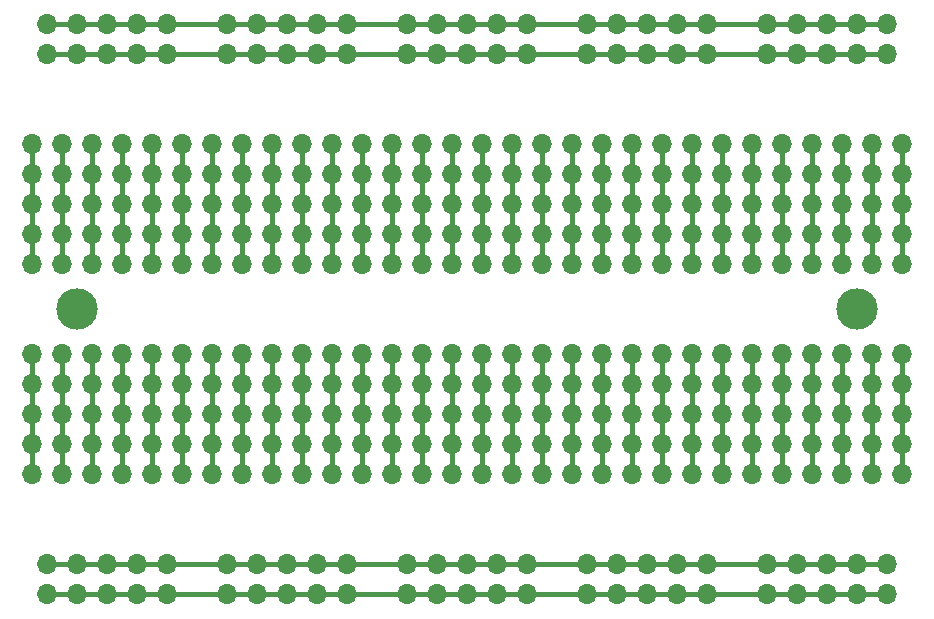
<source format=gtl>
G04 #@! TF.GenerationSoftware,KiCad,Pcbnew,(5.1.5)-3*
G04 #@! TF.CreationDate,2020-11-06T20:31:39+01:00*
G04 #@! TF.ProjectId,Breadboard 400,42726561-6462-46f6-9172-64203430302e,rev?*
G04 #@! TF.SameCoordinates,Original*
G04 #@! TF.FileFunction,Copper,L1,Top*
G04 #@! TF.FilePolarity,Positive*
%FSLAX46Y46*%
G04 Gerber Fmt 4.6, Leading zero omitted, Abs format (unit mm)*
G04 Created by KiCad (PCBNEW (5.1.5)-3) date 2020-11-06 20:31:39*
%MOMM*%
%LPD*%
G04 APERTURE LIST*
%ADD10O,1.700000X1.700000*%
%ADD11C,3.500000*%
%ADD12C,0.381000*%
G04 APERTURE END LIST*
D10*
X86360000Y-81280000D03*
X86360000Y-83820000D03*
X86360000Y-86360000D03*
X86360000Y-88900000D03*
X86360000Y-91440000D03*
X86360000Y-99060000D03*
X86360000Y-101600000D03*
X86360000Y-104140000D03*
X86360000Y-106680000D03*
X86360000Y-109220000D03*
D11*
X156210000Y-95250000D03*
X90170000Y-95250000D03*
D10*
X113030000Y-116840000D03*
X110490000Y-116840000D03*
X107950000Y-116840000D03*
X105410000Y-116840000D03*
X102870000Y-116840000D03*
X102870000Y-119380000D03*
X105410000Y-119380000D03*
X107950000Y-119380000D03*
X110490000Y-119380000D03*
X113030000Y-119380000D03*
X128270000Y-116840000D03*
X125730000Y-116840000D03*
X123190000Y-116840000D03*
X120650000Y-116840000D03*
X118110000Y-116840000D03*
X118110000Y-119380000D03*
X120650000Y-119380000D03*
X123190000Y-119380000D03*
X125730000Y-119380000D03*
X128270000Y-119380000D03*
X158750000Y-116840000D03*
X156210000Y-116840000D03*
X153670000Y-116840000D03*
X151130000Y-116840000D03*
X148590000Y-116840000D03*
X148590000Y-119380000D03*
X151130000Y-119380000D03*
X153670000Y-119380000D03*
X156210000Y-119380000D03*
X158750000Y-119380000D03*
X143510000Y-116840000D03*
X140970000Y-116840000D03*
X138430000Y-116840000D03*
X135890000Y-116840000D03*
X133350000Y-116840000D03*
X133350000Y-119380000D03*
X135890000Y-119380000D03*
X138430000Y-119380000D03*
X140970000Y-119380000D03*
X143510000Y-119380000D03*
X97790000Y-116840000D03*
X95250000Y-116840000D03*
X92710000Y-116840000D03*
X90170000Y-116840000D03*
X87630000Y-116840000D03*
X87630000Y-119380000D03*
X90170000Y-119380000D03*
X92710000Y-119380000D03*
X95250000Y-119380000D03*
X97790000Y-119380000D03*
X158750000Y-71120000D03*
X156210000Y-71120000D03*
X153670000Y-71120000D03*
X151130000Y-71120000D03*
X148590000Y-71120000D03*
X148590000Y-73660000D03*
X151130000Y-73660000D03*
X153670000Y-73660000D03*
X156210000Y-73660000D03*
X158750000Y-73660000D03*
X143510000Y-71120000D03*
X140970000Y-71120000D03*
X138430000Y-71120000D03*
X135890000Y-71120000D03*
X133350000Y-71120000D03*
X133350000Y-73660000D03*
X135890000Y-73660000D03*
X138430000Y-73660000D03*
X140970000Y-73660000D03*
X143510000Y-73660000D03*
X128270000Y-71120000D03*
X125730000Y-71120000D03*
X123190000Y-71120000D03*
X120650000Y-71120000D03*
X118110000Y-71120000D03*
X118110000Y-73660000D03*
X120650000Y-73660000D03*
X123190000Y-73660000D03*
X125730000Y-73660000D03*
X128270000Y-73660000D03*
X113030000Y-71120000D03*
X110490000Y-71120000D03*
X107950000Y-71120000D03*
X105410000Y-71120000D03*
X102870000Y-71120000D03*
X102870000Y-73660000D03*
X105410000Y-73660000D03*
X107950000Y-73660000D03*
X110490000Y-73660000D03*
X113030000Y-73660000D03*
X97790000Y-71120000D03*
X95250000Y-71120000D03*
X92710000Y-71120000D03*
X90170000Y-71120000D03*
X87630000Y-71120000D03*
X87630000Y-73660000D03*
X90170000Y-73660000D03*
X92710000Y-73660000D03*
X95250000Y-73660000D03*
X97790000Y-73660000D03*
X154940000Y-81280000D03*
X154940000Y-83820000D03*
X154940000Y-86360000D03*
X154940000Y-88900000D03*
X154940000Y-91440000D03*
X154940000Y-99060000D03*
X154940000Y-101600000D03*
X154940000Y-104140000D03*
X154940000Y-106680000D03*
X154940000Y-109220000D03*
X160020000Y-81280000D03*
X160020000Y-83820000D03*
X160020000Y-86360000D03*
X160020000Y-88900000D03*
X160020000Y-91440000D03*
X160020000Y-99060000D03*
X160020000Y-101600000D03*
X160020000Y-104140000D03*
X160020000Y-106680000D03*
X160020000Y-109220000D03*
X157480000Y-81280000D03*
X157480000Y-83820000D03*
X157480000Y-86360000D03*
X157480000Y-88900000D03*
X157480000Y-91440000D03*
X157480000Y-99060000D03*
X157480000Y-101600000D03*
X157480000Y-104140000D03*
X157480000Y-106680000D03*
X157480000Y-109220000D03*
X144780000Y-81280000D03*
X144780000Y-83820000D03*
X144780000Y-86360000D03*
X144780000Y-88900000D03*
X144780000Y-91440000D03*
X144780000Y-99060000D03*
X144780000Y-101600000D03*
X144780000Y-104140000D03*
X144780000Y-106680000D03*
X144780000Y-109220000D03*
X139700000Y-81280000D03*
X139700000Y-83820000D03*
X139700000Y-86360000D03*
X139700000Y-88900000D03*
X139700000Y-91440000D03*
X139700000Y-99060000D03*
X139700000Y-101600000D03*
X139700000Y-104140000D03*
X139700000Y-106680000D03*
X139700000Y-109220000D03*
X149860000Y-81280000D03*
X149860000Y-83820000D03*
X149860000Y-86360000D03*
X149860000Y-88900000D03*
X149860000Y-91440000D03*
X149860000Y-99060000D03*
X149860000Y-101600000D03*
X149860000Y-104140000D03*
X149860000Y-106680000D03*
X149860000Y-109220000D03*
X147320000Y-81280000D03*
X147320000Y-83820000D03*
X147320000Y-86360000D03*
X147320000Y-88900000D03*
X147320000Y-91440000D03*
X147320000Y-99060000D03*
X147320000Y-101600000D03*
X147320000Y-104140000D03*
X147320000Y-106680000D03*
X147320000Y-109220000D03*
X142240000Y-81280000D03*
X142240000Y-83820000D03*
X142240000Y-86360000D03*
X142240000Y-88900000D03*
X142240000Y-91440000D03*
X142240000Y-99060000D03*
X142240000Y-101600000D03*
X142240000Y-104140000D03*
X142240000Y-106680000D03*
X142240000Y-109220000D03*
X152400000Y-81280000D03*
X152400000Y-83820000D03*
X152400000Y-86360000D03*
X152400000Y-88900000D03*
X152400000Y-91440000D03*
X152400000Y-99060000D03*
X152400000Y-101600000D03*
X152400000Y-104140000D03*
X152400000Y-106680000D03*
X152400000Y-109220000D03*
X137160000Y-81280000D03*
X137160000Y-83820000D03*
X137160000Y-86360000D03*
X137160000Y-88900000D03*
X137160000Y-91440000D03*
X137160000Y-99060000D03*
X137160000Y-101600000D03*
X137160000Y-104140000D03*
X137160000Y-106680000D03*
X137160000Y-109220000D03*
X129540000Y-81280000D03*
X129540000Y-83820000D03*
X129540000Y-86360000D03*
X129540000Y-88900000D03*
X129540000Y-91440000D03*
X129540000Y-99060000D03*
X129540000Y-101600000D03*
X129540000Y-104140000D03*
X129540000Y-106680000D03*
X129540000Y-109220000D03*
X134620000Y-81280000D03*
X134620000Y-83820000D03*
X134620000Y-86360000D03*
X134620000Y-88900000D03*
X134620000Y-91440000D03*
X134620000Y-99060000D03*
X134620000Y-101600000D03*
X134620000Y-104140000D03*
X134620000Y-106680000D03*
X134620000Y-109220000D03*
X132080000Y-81280000D03*
X132080000Y-83820000D03*
X132080000Y-86360000D03*
X132080000Y-88900000D03*
X132080000Y-91440000D03*
X132080000Y-99060000D03*
X132080000Y-101600000D03*
X132080000Y-104140000D03*
X132080000Y-106680000D03*
X132080000Y-109220000D03*
X119380000Y-81280000D03*
X119380000Y-83820000D03*
X119380000Y-86360000D03*
X119380000Y-88900000D03*
X119380000Y-91440000D03*
X119380000Y-99060000D03*
X119380000Y-101600000D03*
X119380000Y-104140000D03*
X119380000Y-106680000D03*
X119380000Y-109220000D03*
X114300000Y-81280000D03*
X114300000Y-83820000D03*
X114300000Y-86360000D03*
X114300000Y-88900000D03*
X114300000Y-91440000D03*
X114300000Y-99060000D03*
X114300000Y-101600000D03*
X114300000Y-104140000D03*
X114300000Y-106680000D03*
X114300000Y-109220000D03*
X124460000Y-81280000D03*
X124460000Y-83820000D03*
X124460000Y-86360000D03*
X124460000Y-88900000D03*
X124460000Y-91440000D03*
X124460000Y-99060000D03*
X124460000Y-101600000D03*
X124460000Y-104140000D03*
X124460000Y-106680000D03*
X124460000Y-109220000D03*
X121920000Y-81280000D03*
X121920000Y-83820000D03*
X121920000Y-86360000D03*
X121920000Y-88900000D03*
X121920000Y-91440000D03*
X121920000Y-99060000D03*
X121920000Y-101600000D03*
X121920000Y-104140000D03*
X121920000Y-106680000D03*
X121920000Y-109220000D03*
X116840000Y-81280000D03*
X116840000Y-83820000D03*
X116840000Y-86360000D03*
X116840000Y-88900000D03*
X116840000Y-91440000D03*
X116840000Y-99060000D03*
X116840000Y-101600000D03*
X116840000Y-104140000D03*
X116840000Y-106680000D03*
X116840000Y-109220000D03*
X127000000Y-81280000D03*
X127000000Y-83820000D03*
X127000000Y-86360000D03*
X127000000Y-88900000D03*
X127000000Y-91440000D03*
X127000000Y-99060000D03*
X127000000Y-101600000D03*
X127000000Y-104140000D03*
X127000000Y-106680000D03*
X127000000Y-109220000D03*
X111760000Y-81280000D03*
X111760000Y-83820000D03*
X111760000Y-86360000D03*
X111760000Y-88900000D03*
X111760000Y-91440000D03*
X111760000Y-99060000D03*
X111760000Y-101600000D03*
X111760000Y-104140000D03*
X111760000Y-106680000D03*
X111760000Y-109220000D03*
X109220000Y-81280000D03*
X109220000Y-83820000D03*
X109220000Y-86360000D03*
X109220000Y-88900000D03*
X109220000Y-91440000D03*
X109220000Y-99060000D03*
X109220000Y-101600000D03*
X109220000Y-104140000D03*
X109220000Y-106680000D03*
X109220000Y-109220000D03*
X106680000Y-81280000D03*
X106680000Y-83820000D03*
X106680000Y-86360000D03*
X106680000Y-88900000D03*
X106680000Y-91440000D03*
X106680000Y-99060000D03*
X106680000Y-101600000D03*
X106680000Y-104140000D03*
X106680000Y-106680000D03*
X106680000Y-109220000D03*
X104140000Y-81280000D03*
X104140000Y-83820000D03*
X104140000Y-86360000D03*
X104140000Y-88900000D03*
X104140000Y-91440000D03*
X104140000Y-99060000D03*
X104140000Y-101600000D03*
X104140000Y-104140000D03*
X104140000Y-106680000D03*
X104140000Y-109220000D03*
X101600000Y-81280000D03*
X101600000Y-83820000D03*
X101600000Y-86360000D03*
X101600000Y-88900000D03*
X101600000Y-91440000D03*
X101600000Y-99060000D03*
X101600000Y-101600000D03*
X101600000Y-104140000D03*
X101600000Y-106680000D03*
X101600000Y-109220000D03*
X99060000Y-81280000D03*
X99060000Y-83820000D03*
X99060000Y-86360000D03*
X99060000Y-88900000D03*
X99060000Y-91440000D03*
X99060000Y-99060000D03*
X99060000Y-101600000D03*
X99060000Y-104140000D03*
X99060000Y-106680000D03*
X99060000Y-109220000D03*
X96520000Y-81280000D03*
X96520000Y-83820000D03*
X96520000Y-86360000D03*
X96520000Y-88900000D03*
X96520000Y-91440000D03*
X96520000Y-99060000D03*
X96520000Y-101600000D03*
X96520000Y-104140000D03*
X96520000Y-106680000D03*
X96520000Y-109220000D03*
X93980000Y-81280000D03*
X93980000Y-83820000D03*
X93980000Y-86360000D03*
X93980000Y-88900000D03*
X93980000Y-91440000D03*
X93980000Y-99060000D03*
X93980000Y-101600000D03*
X93980000Y-104140000D03*
X93980000Y-106680000D03*
X93980000Y-109220000D03*
X91440000Y-81280000D03*
X91440000Y-83820000D03*
X91440000Y-86360000D03*
X91440000Y-88900000D03*
X91440000Y-91440000D03*
X91440000Y-99060000D03*
X91440000Y-101600000D03*
X91440000Y-104140000D03*
X91440000Y-106680000D03*
X91440000Y-109220000D03*
X88900000Y-81280000D03*
X88900000Y-83820000D03*
X88900000Y-86360000D03*
X88900000Y-88900000D03*
X88900000Y-91440000D03*
X88900000Y-99060000D03*
X88900000Y-101600000D03*
X88900000Y-104140000D03*
X88900000Y-106680000D03*
X88900000Y-109220000D03*
D12*
X86360000Y-109220000D02*
X86360000Y-106680000D01*
X86360000Y-106680000D02*
X86360000Y-104140000D01*
X86360000Y-101600000D02*
X86360000Y-104140000D01*
X86360000Y-101600000D02*
X86360000Y-99060000D01*
X86360000Y-91440000D02*
X86360000Y-88900000D01*
X86360000Y-88900000D02*
X86360000Y-86360000D01*
X86360000Y-86360000D02*
X86360000Y-83820000D01*
X86360000Y-83820000D02*
X86360000Y-81280000D01*
X88900000Y-88900000D02*
X88900000Y-86360000D01*
X88900000Y-86360000D02*
X88900000Y-83820000D01*
X88900000Y-91440000D02*
X88900000Y-88900000D01*
X88900000Y-83820000D02*
X88900000Y-81280000D01*
X88900000Y-101600000D02*
X88900000Y-104140000D01*
X88900000Y-106680000D02*
X88900000Y-104140000D01*
X88900000Y-101600000D02*
X88900000Y-99060000D01*
X88900000Y-109220000D02*
X88900000Y-106680000D01*
X91440000Y-88900000D02*
X91440000Y-86360000D01*
X91440000Y-86360000D02*
X91440000Y-83820000D01*
X91440000Y-91440000D02*
X91440000Y-88900000D01*
X91440000Y-83820000D02*
X91440000Y-81280000D01*
X91440000Y-101600000D02*
X91440000Y-104140000D01*
X91440000Y-106680000D02*
X91440000Y-104140000D01*
X91440000Y-101600000D02*
X91440000Y-99060000D01*
X91440000Y-109220000D02*
X91440000Y-106680000D01*
X93980000Y-88900000D02*
X93980000Y-86360000D01*
X93980000Y-86360000D02*
X93980000Y-83820000D01*
X93980000Y-91440000D02*
X93980000Y-88900000D01*
X93980000Y-83820000D02*
X93980000Y-81280000D01*
X93980000Y-101600000D02*
X93980000Y-104140000D01*
X93980000Y-106680000D02*
X93980000Y-104140000D01*
X93980000Y-101600000D02*
X93980000Y-99060000D01*
X93980000Y-109220000D02*
X93980000Y-106680000D01*
X96520000Y-88900000D02*
X96520000Y-86360000D01*
X96520000Y-86360000D02*
X96520000Y-83820000D01*
X96520000Y-91440000D02*
X96520000Y-88900000D01*
X96520000Y-83820000D02*
X96520000Y-81280000D01*
X96520000Y-101600000D02*
X96520000Y-104140000D01*
X96520000Y-106680000D02*
X96520000Y-104140000D01*
X96520000Y-101600000D02*
X96520000Y-99060000D01*
X96520000Y-109220000D02*
X96520000Y-106680000D01*
X99060000Y-88900000D02*
X99060000Y-86360000D01*
X99060000Y-86360000D02*
X99060000Y-83820000D01*
X99060000Y-91440000D02*
X99060000Y-88900000D01*
X99060000Y-83820000D02*
X99060000Y-81280000D01*
X99060000Y-101600000D02*
X99060000Y-104140000D01*
X99060000Y-106680000D02*
X99060000Y-104140000D01*
X99060000Y-101600000D02*
X99060000Y-99060000D01*
X99060000Y-109220000D02*
X99060000Y-106680000D01*
X101600000Y-88900000D02*
X101600000Y-86360000D01*
X101600000Y-86360000D02*
X101600000Y-83820000D01*
X101600000Y-91440000D02*
X101600000Y-88900000D01*
X101600000Y-83820000D02*
X101600000Y-81280000D01*
X101600000Y-101600000D02*
X101600000Y-104140000D01*
X101600000Y-106680000D02*
X101600000Y-104140000D01*
X101600000Y-101600000D02*
X101600000Y-99060000D01*
X101600000Y-109220000D02*
X101600000Y-106680000D01*
X104140000Y-88900000D02*
X104140000Y-86360000D01*
X104140000Y-86360000D02*
X104140000Y-83820000D01*
X104140000Y-91440000D02*
X104140000Y-88900000D01*
X104140000Y-83820000D02*
X104140000Y-81280000D01*
X104140000Y-101600000D02*
X104140000Y-104140000D01*
X104140000Y-106680000D02*
X104140000Y-104140000D01*
X104140000Y-101600000D02*
X104140000Y-99060000D01*
X104140000Y-109220000D02*
X104140000Y-106680000D01*
X106680000Y-88900000D02*
X106680000Y-86360000D01*
X106680000Y-86360000D02*
X106680000Y-83820000D01*
X106680000Y-91440000D02*
X106680000Y-88900000D01*
X106680000Y-83820000D02*
X106680000Y-81280000D01*
X106680000Y-101600000D02*
X106680000Y-104140000D01*
X106680000Y-106680000D02*
X106680000Y-104140000D01*
X106680000Y-101600000D02*
X106680000Y-99060000D01*
X106680000Y-109220000D02*
X106680000Y-106680000D01*
X109220000Y-88900000D02*
X109220000Y-86360000D01*
X109220000Y-86360000D02*
X109220000Y-83820000D01*
X109220000Y-91440000D02*
X109220000Y-88900000D01*
X109220000Y-83820000D02*
X109220000Y-81280000D01*
X109220000Y-101600000D02*
X109220000Y-104140000D01*
X109220000Y-106680000D02*
X109220000Y-104140000D01*
X109220000Y-101600000D02*
X109220000Y-99060000D01*
X109220000Y-109220000D02*
X109220000Y-106680000D01*
X116840000Y-86360000D02*
X116840000Y-83820000D01*
X116840000Y-91440000D02*
X116840000Y-88900000D01*
X111760000Y-88900000D02*
X111760000Y-86360000D01*
X116840000Y-109220000D02*
X116840000Y-106680000D01*
X111760000Y-86360000D02*
X111760000Y-83820000D01*
X116840000Y-88900000D02*
X116840000Y-86360000D01*
X116840000Y-83820000D02*
X116840000Y-81280000D01*
X116840000Y-101600000D02*
X116840000Y-104140000D01*
X111760000Y-91440000D02*
X111760000Y-88900000D01*
X116840000Y-106680000D02*
X116840000Y-104140000D01*
X116840000Y-101600000D02*
X116840000Y-99060000D01*
X111760000Y-83820000D02*
X111760000Y-81280000D01*
X129540000Y-101600000D02*
X129540000Y-99060000D01*
X129540000Y-106680000D02*
X129540000Y-104140000D01*
X129540000Y-101600000D02*
X129540000Y-104140000D01*
X132080000Y-106680000D02*
X132080000Y-104140000D01*
X134620000Y-91440000D02*
X134620000Y-88900000D01*
X134620000Y-101600000D02*
X134620000Y-99060000D01*
X134620000Y-86360000D02*
X134620000Y-83820000D01*
X132080000Y-86360000D02*
X132080000Y-83820000D01*
X134620000Y-101600000D02*
X134620000Y-104140000D01*
X132080000Y-101600000D02*
X132080000Y-104140000D01*
X134620000Y-109220000D02*
X134620000Y-106680000D01*
X132080000Y-83820000D02*
X132080000Y-81280000D01*
X132080000Y-91440000D02*
X132080000Y-88900000D01*
X134620000Y-106680000D02*
X134620000Y-104140000D01*
X132080000Y-88900000D02*
X132080000Y-86360000D01*
X134620000Y-83820000D02*
X134620000Y-81280000D01*
X134620000Y-88900000D02*
X134620000Y-86360000D01*
X132080000Y-101600000D02*
X132080000Y-99060000D01*
X132080000Y-109220000D02*
X132080000Y-106680000D01*
X119380000Y-91440000D02*
X119380000Y-88900000D01*
X119380000Y-88900000D02*
X119380000Y-86360000D01*
X119380000Y-83820000D02*
X119380000Y-81280000D01*
X119380000Y-86360000D02*
X119380000Y-83820000D01*
X119380000Y-109220000D02*
X119380000Y-106680000D01*
X119380000Y-101600000D02*
X119380000Y-104140000D01*
X124460000Y-109220000D02*
X124460000Y-106680000D01*
X129540000Y-88900000D02*
X129540000Y-86360000D01*
X111760000Y-101600000D02*
X111760000Y-104140000D01*
X119380000Y-101600000D02*
X119380000Y-99060000D01*
X129540000Y-86360000D02*
X129540000Y-83820000D01*
X124460000Y-101600000D02*
X124460000Y-99060000D01*
X129540000Y-91440000D02*
X129540000Y-88900000D01*
X129540000Y-83820000D02*
X129540000Y-81280000D01*
X129540000Y-109220000D02*
X129540000Y-106680000D01*
X124460000Y-88900000D02*
X124460000Y-86360000D01*
X119380000Y-106680000D02*
X119380000Y-104140000D01*
X124460000Y-86360000D02*
X124460000Y-83820000D01*
X111760000Y-106680000D02*
X111760000Y-104140000D01*
X124460000Y-83820000D02*
X124460000Y-81280000D01*
X124460000Y-101600000D02*
X124460000Y-104140000D01*
X124460000Y-106680000D02*
X124460000Y-104140000D01*
X111760000Y-101600000D02*
X111760000Y-99060000D01*
X111760000Y-109220000D02*
X111760000Y-106680000D01*
X124460000Y-91440000D02*
X124460000Y-88900000D01*
X127000000Y-106680000D02*
X127000000Y-104140000D01*
X127000000Y-109220000D02*
X127000000Y-106680000D01*
X127000000Y-83820000D02*
X127000000Y-81280000D01*
X127000000Y-86360000D02*
X127000000Y-83820000D01*
X127000000Y-88900000D02*
X127000000Y-86360000D01*
X127000000Y-101600000D02*
X127000000Y-99060000D01*
X127000000Y-101600000D02*
X127000000Y-104140000D01*
X127000000Y-91440000D02*
X127000000Y-88900000D01*
X121920000Y-88900000D02*
X121920000Y-86360000D01*
X114300000Y-109220000D02*
X114300000Y-106680000D01*
X121920000Y-101600000D02*
X121920000Y-99060000D01*
X114300000Y-106680000D02*
X114300000Y-104140000D01*
X121920000Y-91440000D02*
X121920000Y-88900000D01*
X121920000Y-109220000D02*
X121920000Y-106680000D01*
X121920000Y-101600000D02*
X121920000Y-104140000D01*
X114300000Y-83820000D02*
X114300000Y-81280000D01*
X114300000Y-91440000D02*
X114300000Y-88900000D01*
X114300000Y-101600000D02*
X114300000Y-104140000D01*
X114300000Y-86360000D02*
X114300000Y-83820000D01*
X114300000Y-88900000D02*
X114300000Y-86360000D01*
X114300000Y-101600000D02*
X114300000Y-99060000D01*
X121920000Y-106680000D02*
X121920000Y-104140000D01*
X121920000Y-86360000D02*
X121920000Y-83820000D01*
X121920000Y-83820000D02*
X121920000Y-81280000D01*
X142240000Y-86360000D02*
X142240000Y-83820000D01*
X142240000Y-91440000D02*
X142240000Y-88900000D01*
X137160000Y-88900000D02*
X137160000Y-86360000D01*
X142240000Y-109220000D02*
X142240000Y-106680000D01*
X137160000Y-86360000D02*
X137160000Y-83820000D01*
X142240000Y-88900000D02*
X142240000Y-86360000D01*
X142240000Y-83820000D02*
X142240000Y-81280000D01*
X142240000Y-101600000D02*
X142240000Y-104140000D01*
X137160000Y-91440000D02*
X137160000Y-88900000D01*
X142240000Y-106680000D02*
X142240000Y-104140000D01*
X142240000Y-101600000D02*
X142240000Y-99060000D01*
X137160000Y-83820000D02*
X137160000Y-81280000D01*
X154940000Y-101600000D02*
X154940000Y-99060000D01*
X154940000Y-106680000D02*
X154940000Y-104140000D01*
X154940000Y-101600000D02*
X154940000Y-104140000D01*
X157480000Y-106680000D02*
X157480000Y-104140000D01*
X160020000Y-91440000D02*
X160020000Y-88900000D01*
X160020000Y-101600000D02*
X160020000Y-99060000D01*
X160020000Y-86360000D02*
X160020000Y-83820000D01*
X157480000Y-86360000D02*
X157480000Y-83820000D01*
X160020000Y-101600000D02*
X160020000Y-104140000D01*
X157480000Y-101600000D02*
X157480000Y-104140000D01*
X160020000Y-109220000D02*
X160020000Y-106680000D01*
X157480000Y-83820000D02*
X157480000Y-81280000D01*
X157480000Y-91440000D02*
X157480000Y-88900000D01*
X160020000Y-106680000D02*
X160020000Y-104140000D01*
X157480000Y-88900000D02*
X157480000Y-86360000D01*
X160020000Y-83820000D02*
X160020000Y-81280000D01*
X160020000Y-88900000D02*
X160020000Y-86360000D01*
X157480000Y-101600000D02*
X157480000Y-99060000D01*
X157480000Y-109220000D02*
X157480000Y-106680000D01*
X144780000Y-91440000D02*
X144780000Y-88900000D01*
X144780000Y-88900000D02*
X144780000Y-86360000D01*
X144780000Y-83820000D02*
X144780000Y-81280000D01*
X144780000Y-86360000D02*
X144780000Y-83820000D01*
X144780000Y-109220000D02*
X144780000Y-106680000D01*
X144780000Y-101600000D02*
X144780000Y-104140000D01*
X149860000Y-109220000D02*
X149860000Y-106680000D01*
X154940000Y-88900000D02*
X154940000Y-86360000D01*
X137160000Y-101600000D02*
X137160000Y-104140000D01*
X144780000Y-101600000D02*
X144780000Y-99060000D01*
X154940000Y-86360000D02*
X154940000Y-83820000D01*
X149860000Y-101600000D02*
X149860000Y-99060000D01*
X154940000Y-91440000D02*
X154940000Y-88900000D01*
X154940000Y-83820000D02*
X154940000Y-81280000D01*
X154940000Y-109220000D02*
X154940000Y-106680000D01*
X149860000Y-88900000D02*
X149860000Y-86360000D01*
X144780000Y-106680000D02*
X144780000Y-104140000D01*
X149860000Y-86360000D02*
X149860000Y-83820000D01*
X137160000Y-106680000D02*
X137160000Y-104140000D01*
X149860000Y-83820000D02*
X149860000Y-81280000D01*
X149860000Y-101600000D02*
X149860000Y-104140000D01*
X149860000Y-106680000D02*
X149860000Y-104140000D01*
X137160000Y-101600000D02*
X137160000Y-99060000D01*
X137160000Y-109220000D02*
X137160000Y-106680000D01*
X149860000Y-91440000D02*
X149860000Y-88900000D01*
X152400000Y-106680000D02*
X152400000Y-104140000D01*
X152400000Y-109220000D02*
X152400000Y-106680000D01*
X152400000Y-83820000D02*
X152400000Y-81280000D01*
X152400000Y-86360000D02*
X152400000Y-83820000D01*
X152400000Y-88900000D02*
X152400000Y-86360000D01*
X152400000Y-101600000D02*
X152400000Y-99060000D01*
X152400000Y-101600000D02*
X152400000Y-104140000D01*
X152400000Y-91440000D02*
X152400000Y-88900000D01*
X147320000Y-88900000D02*
X147320000Y-86360000D01*
X139700000Y-109220000D02*
X139700000Y-106680000D01*
X147320000Y-101600000D02*
X147320000Y-99060000D01*
X139700000Y-106680000D02*
X139700000Y-104140000D01*
X147320000Y-91440000D02*
X147320000Y-88900000D01*
X147320000Y-109220000D02*
X147320000Y-106680000D01*
X147320000Y-101600000D02*
X147320000Y-104140000D01*
X139700000Y-83820000D02*
X139700000Y-81280000D01*
X139700000Y-91440000D02*
X139700000Y-88900000D01*
X139700000Y-101600000D02*
X139700000Y-104140000D01*
X139700000Y-86360000D02*
X139700000Y-83820000D01*
X139700000Y-88900000D02*
X139700000Y-86360000D01*
X139700000Y-101600000D02*
X139700000Y-99060000D01*
X147320000Y-106680000D02*
X147320000Y-104140000D01*
X147320000Y-86360000D02*
X147320000Y-83820000D01*
X147320000Y-83820000D02*
X147320000Y-81280000D01*
X87630000Y-73660000D02*
X90170000Y-73660000D01*
X90170000Y-73660000D02*
X92710000Y-73660000D01*
X95250000Y-73660000D02*
X92710000Y-73660000D01*
X95250000Y-73660000D02*
X97790000Y-73660000D01*
X87630000Y-71120000D02*
X90170000Y-71120000D01*
X90170000Y-71120000D02*
X92710000Y-71120000D01*
X92710000Y-71120000D02*
X95250000Y-71120000D01*
X95250000Y-71120000D02*
X97790000Y-71120000D01*
X102870000Y-71120000D02*
X105410000Y-71120000D01*
X105410000Y-71120000D02*
X107950000Y-71120000D01*
X107950000Y-71120000D02*
X110490000Y-71120000D01*
X110490000Y-71120000D02*
X113030000Y-71120000D01*
X113030000Y-73660000D02*
X110490000Y-73660000D01*
X107950000Y-73660000D02*
X110490000Y-73660000D01*
X105410000Y-73660000D02*
X107950000Y-73660000D01*
X102870000Y-73660000D02*
X105410000Y-73660000D01*
X125730000Y-71120000D02*
X128270000Y-71120000D01*
X128270000Y-73660000D02*
X125730000Y-73660000D01*
X123190000Y-73660000D02*
X125730000Y-73660000D01*
X120650000Y-73660000D02*
X123190000Y-73660000D01*
X118110000Y-71120000D02*
X120650000Y-71120000D01*
X118110000Y-73660000D02*
X120650000Y-73660000D01*
X120650000Y-71120000D02*
X123190000Y-71120000D01*
X123190000Y-71120000D02*
X125730000Y-71120000D01*
X140970000Y-71120000D02*
X143510000Y-71120000D01*
X143510000Y-73660000D02*
X140970000Y-73660000D01*
X138430000Y-73660000D02*
X140970000Y-73660000D01*
X135890000Y-73660000D02*
X138430000Y-73660000D01*
X133350000Y-71120000D02*
X135890000Y-71120000D01*
X133350000Y-73660000D02*
X135890000Y-73660000D01*
X135890000Y-71120000D02*
X138430000Y-71120000D01*
X138430000Y-71120000D02*
X140970000Y-71120000D01*
X156210000Y-71120000D02*
X158750000Y-71120000D01*
X158750000Y-73660000D02*
X156210000Y-73660000D01*
X153670000Y-73660000D02*
X156210000Y-73660000D01*
X151130000Y-73660000D02*
X153670000Y-73660000D01*
X148590000Y-71120000D02*
X151130000Y-71120000D01*
X148590000Y-73660000D02*
X151130000Y-73660000D01*
X151130000Y-71120000D02*
X153670000Y-71120000D01*
X153670000Y-71120000D02*
X156210000Y-71120000D01*
X153670000Y-116840000D02*
X156210000Y-116840000D01*
X153670000Y-119380000D02*
X156210000Y-119380000D01*
X151130000Y-119380000D02*
X153670000Y-119380000D01*
X148590000Y-119380000D02*
X151130000Y-119380000D01*
X151130000Y-116840000D02*
X153670000Y-116840000D01*
X133350000Y-119380000D02*
X135890000Y-119380000D01*
X148590000Y-116840000D02*
X151130000Y-116840000D01*
X156210000Y-116840000D02*
X158750000Y-116840000D01*
X138430000Y-119380000D02*
X140970000Y-119380000D01*
X135890000Y-119380000D02*
X138430000Y-119380000D01*
X158750000Y-119380000D02*
X156210000Y-119380000D01*
X138430000Y-116840000D02*
X140970000Y-116840000D01*
X135890000Y-116840000D02*
X138430000Y-116840000D01*
X140970000Y-116840000D02*
X143510000Y-116840000D01*
X133350000Y-116840000D02*
X135890000Y-116840000D01*
X143510000Y-119380000D02*
X140970000Y-119380000D01*
X110490000Y-116840000D02*
X113030000Y-116840000D01*
X90170000Y-116840000D02*
X92710000Y-116840000D01*
X113030000Y-119380000D02*
X110490000Y-119380000D01*
X92710000Y-116840000D02*
X95250000Y-116840000D01*
X123190000Y-119380000D02*
X125730000Y-119380000D01*
X120650000Y-119380000D02*
X123190000Y-119380000D01*
X118110000Y-116840000D02*
X120650000Y-116840000D01*
X128270000Y-119380000D02*
X125730000Y-119380000D01*
X87630000Y-119380000D02*
X90170000Y-119380000D01*
X118110000Y-119380000D02*
X120650000Y-119380000D01*
X125730000Y-116840000D02*
X128270000Y-116840000D01*
X120650000Y-116840000D02*
X123190000Y-116840000D01*
X123190000Y-116840000D02*
X125730000Y-116840000D01*
X107950000Y-119380000D02*
X110490000Y-119380000D01*
X95250000Y-116840000D02*
X97790000Y-116840000D01*
X90170000Y-119380000D02*
X92710000Y-119380000D01*
X105410000Y-119380000D02*
X107950000Y-119380000D01*
X95250000Y-119380000D02*
X92710000Y-119380000D01*
X102870000Y-116840000D02*
X105410000Y-116840000D01*
X95250000Y-119380000D02*
X97790000Y-119380000D01*
X102870000Y-119380000D02*
X105410000Y-119380000D01*
X105410000Y-116840000D02*
X107950000Y-116840000D01*
X107950000Y-116840000D02*
X110490000Y-116840000D01*
X87630000Y-116840000D02*
X90170000Y-116840000D01*
X97790000Y-116840000D02*
X102870000Y-116840000D01*
X97790000Y-119380000D02*
X102870000Y-119380000D01*
X113030000Y-116840000D02*
X118110000Y-116840000D01*
X113030000Y-119380000D02*
X118110000Y-119380000D01*
X128270000Y-116840000D02*
X133350000Y-116840000D01*
X128270000Y-119380000D02*
X133350000Y-119380000D01*
X143510000Y-116840000D02*
X148590000Y-116840000D01*
X143510000Y-119380000D02*
X148590000Y-119380000D01*
X97790000Y-71120000D02*
X102870000Y-71120000D01*
X97790000Y-73660000D02*
X102870000Y-73660000D01*
X113030000Y-71120000D02*
X118110000Y-71120000D01*
X113030000Y-73660000D02*
X118110000Y-73660000D01*
X128270000Y-71120000D02*
X133350000Y-71120000D01*
X128270000Y-73660000D02*
X133350000Y-73660000D01*
X143510000Y-71120000D02*
X148590000Y-71120000D01*
X143510000Y-73660000D02*
X148590000Y-73660000D01*
M02*

</source>
